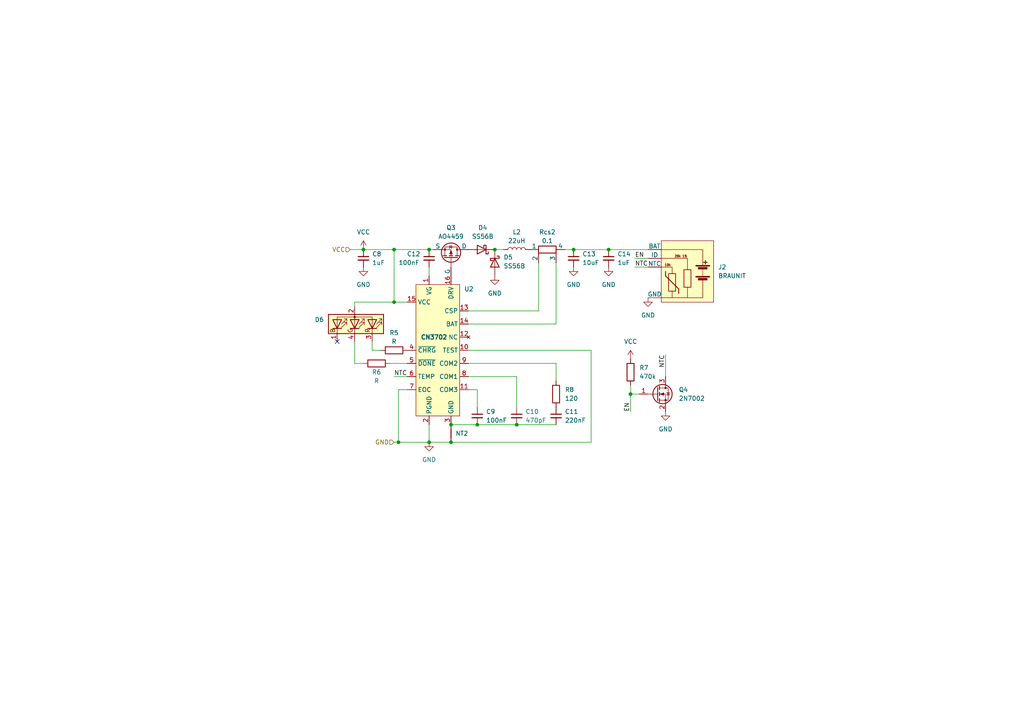
<source format=kicad_sch>
(kicad_sch (version 20211123) (generator eeschema)
  (paper "A4")
  (lib_symbols
    (symbol "BRAUNIT Charger:AO4459" (pin_numbers hide) (pin_names (offset 0))
      (property "Reference" "Q" (at 5.08 1.905 0))
      (property "Value" "AO4459" (at 5.08 0 0))
      (symbol "AO4459_0_1"
        (polyline (pts (xy 0.254 0) (xy -2.54 0)))
        (polyline (pts (xy 0.254 1.905) (xy 0.254 -1.905)) (stroke (width 0.254)))
        (polyline (pts (xy 0.762 -1.27) (xy 0.762 -2.286)) (stroke (width 0.254)))
        (polyline (pts (xy 0.762 0.508) (xy 0.762 -0.508)) (stroke (width 0.254)))
        (polyline (pts (xy 0.762 2.286) (xy 0.762 1.27)) (stroke (width 0.254)))
        (polyline (pts (xy 2.54 2.54) (xy 2.54 1.778)))
        (polyline (pts (xy 2.54 -2.54) (xy 2.54 0) (xy 0.762 0)))
        (polyline (pts (xy 0.762 1.778) (xy 3.302 1.778) (xy 3.302 -1.778) (xy 0.762 -1.778)))
        (polyline (pts (xy 2.286 0) (xy 1.27 0.381) (xy 1.27 -0.381) (xy 2.286 0)) (fill (type outline)))
        (polyline (pts (xy 2.794 -0.508) (xy 2.921 -0.381) (xy 3.683 -0.381) (xy 3.81 -0.254)))
        (polyline (pts (xy 3.302 -0.381) (xy 2.921 0.254) (xy 3.683 0.254) (xy 3.302 -0.381)))
        (circle (center 1.651 0) (radius 2.794) (stroke (width 0.254)))
        (circle (center 2.54 -1.778) (radius 0.254) (fill (type outline)))
        (circle (center 2.54 1.778) (radius 0.254) (fill (type outline)))
      )
      (symbol "AO4459_1_1"
        (pin passive line (at 2.54 -5.08 90) (length 2.54) (name "S") (number "1"))
        (pin passive line (at 2.54 -5.08 90) (length 2.54) hide (name "S") (number "2"))
        (pin passive line (at 2.54 -5.08 90) (length 2.54) hide (name "S") (number "3"))
        (pin input line (at -5.08 0 0) (length 2.54) (name "G") (number "4"))
        (pin passive line (at 2.54 5.08 270) (length 2.54) (name "D") (number "5"))
        (pin passive line (at 2.54 5.08 270) (length 2.54) hide (name "D") (number "6"))
        (pin passive line (at 2.54 5.08 270) (length 2.54) hide (name "D") (number "7"))
        (pin passive line (at 2.54 5.08 270) (length 2.54) hide (name "D") (number "8"))
      )
    )
    (symbol "BRAUNIT Charger:BRAUNIT" (pin_numbers hide) (pin_names (offset 0)) (in_bom no)
      (property "Reference" "J" (at 0 10.16 0))
      (property "Value" "BRAUNIT" (at 0 -10.16 0))
      (symbol "BRAUNIT_0_0"
        (text "10k" (at -5.715 1.905 0) (effects (font (size 0.635 0.635))))
        (text "20k 1%" (at -1.905 4.445 0) (effects (font (size 0.635 0.635))))
      )
      (symbol "BRAUNIT_0_1"
        (rectangle (start -7.62 8.89) (end 7.62 -8.89) (fill (type background)))
        (rectangle (start -5.461 -0.635) (end -3.429 -5.715) (stroke (width 0.2032)))
        (rectangle (start -1.016 0.508) (end 1.016 -4.572) (stroke (width 0.2032)))
        (polyline (pts (xy 4.445 -1.524) (xy 4.445 -1.27)))
        (polyline (pts (xy 4.445 -1.016) (xy 4.445 -0.762)))
        (polyline (pts (xy 4.445 -0.508) (xy 4.445 -0.254)))
        (polyline (pts (xy 4.445 0) (xy 4.445 0.254)))
        (polyline (pts (xy 4.445 0.508) (xy 4.445 0.762)))
        (polyline (pts (xy 4.445 1.778) (xy 4.445 2.54)))
        (polyline (pts (xy 4.699 2.667) (xy 5.715 2.667)) (stroke (width 0.254)))
        (polyline (pts (xy 5.207 3.175) (xy 5.207 2.159)) (stroke (width 0.254)))
        (polyline (pts (xy -7.62 -7.62) (xy -4.445 -7.62) (xy -4.445 -5.715)))
        (polyline (pts (xy -7.62 1.27) (xy -4.445 1.27) (xy -4.445 -0.635)))
        (polyline (pts (xy -7.62 3.81) (xy 0 3.81) (xy 0 0.635)))
        (polyline (pts (xy -7.62 6.35) (xy 4.445 6.35) (xy 4.445 2.54)))
        (polyline (pts (xy -4.445 -7.62) (xy 0 -7.62) (xy 0 -4.572)))
        (polyline (pts (xy 0 -7.62) (xy 4.445 -7.62) (xy 4.445 -2.54)))
        (polyline (pts (xy -6.35 0) (xy -6.35 -1.27) (xy -2.54 -5.08) (xy -2.54 -6.35) (xy -2.54 -6.35)) (stroke (width 0.254)))
        (rectangle (start 2.413 -1.397) (end 6.477 -1.651) (fill (type outline)))
        (rectangle (start 2.413 1.778) (end 6.477 1.524) (fill (type outline)))
        (rectangle (start 3.1242 -1.9812) (end 5.715 -2.4892) (fill (type outline)))
        (rectangle (start 3.1242 1.1938) (end 5.715 0.6858) (fill (type outline)))
      )
      (symbol "BRAUNIT_1_1"
        (pin passive line (at -11.43 6.35 0) (length 3.81) (name "BAT") (number "1"))
        (pin passive line (at -11.43 3.81 0) (length 3.81) (name "ID") (number "2"))
        (pin passive line (at -11.43 1.27 0) (length 3.81) (name "NTC") (number "3"))
        (pin passive line (at -11.43 -7.62 0) (length 3.81) (name "GND") (number "4"))
      )
    )
    (symbol "BRAUNIT Charger:CN3702"
      (property "Reference" "U" (at 6.35 20.32 0))
      (property "Value" "CN3702" (at -1.27 3.81 0))
      (symbol "CN3702_0_1"
        (rectangle (start -6.35 19.05) (end 6.35 -19.05) (fill (type background)))
      )
      (symbol "CN3702_1_1"
        (pin power_in line (at -2.54 21.59 270) (length 2.54) (name "VG") (number "1"))
        (pin power_in line (at 8.89 0 180) (length 2.54) (name "TEST") (number "10"))
        (pin passive line (at 8.89 -11.43 180) (length 2.54) (name "COM3") (number "11"))
        (pin no_connect line (at 8.89 3.81 180) (length 2.54) (name "NC") (number "12"))
        (pin input line (at 8.89 11.43 180) (length 2.54) (name "CSP") (number "13"))
        (pin input line (at 8.89 7.62 180) (length 2.54) (name "BAT") (number "14"))
        (pin power_in line (at -8.89 13.97 0) (length 2.54) (name "VCC") (number "15"))
        (pin output line (at 3.81 21.59 270) (length 2.54) (name "DRV") (number "16"))
        (pin power_in line (at -2.54 -21.59 90) (length 2.54) (name "PGND") (number "2"))
        (pin power_in line (at 3.81 -21.59 90) (length 2.54) (name "GND") (number "3"))
        (pin open_collector line (at -8.89 0 0) (length 2.54) (name "~{CHRG}") (number "4"))
        (pin open_collector line (at -8.89 -3.81 0) (length 2.54) (name "~{DONE}") (number "5"))
        (pin input line (at -8.89 -7.62 0) (length 2.54) (name "TEMP") (number "6"))
        (pin passive line (at -8.89 -11.43 0) (length 2.54) (name "EOC") (number "7"))
        (pin passive line (at 8.89 -7.62 180) (length 2.54) (name "COM1") (number "8"))
        (pin passive line (at 8.89 -3.81 180) (length 2.54) (name "COM2") (number "9"))
      )
    )
    (symbol "Device:C_Small" (pin_numbers hide) (pin_names (offset 0.254) hide)
      (property "Reference" "C" (at 0.254 1.778 0))
      (property "Value" "C_Small" (at 0.254 -2.032 0))
      (symbol "C_Small_0_1"
        (polyline (pts (xy -1.524 -0.508) (xy 1.524 -0.508)) (stroke (width 0.3302)))
        (polyline (pts (xy -1.524 0.508) (xy 1.524 0.508)) (stroke (width 0.3048)))
      )
      (symbol "C_Small_1_1"
        (pin passive line (at 0 2.54 270) (length 2.032) (name "~") (number "1"))
        (pin passive line (at 0 -2.54 90) (length 2.032) (name "~") (number "2"))
      )
    )
    (symbol "Device:D_Schottky" (pin_numbers hide) (pin_names (offset 1.016) hide)
      (property "Reference" "D" (at 0 2.54 0))
      (property "Value" "D_Schottky" (at 0 -2.54 0))
      (symbol "D_Schottky_0_1"
        (polyline (pts (xy 1.27 0) (xy -1.27 0)))
        (polyline (pts (xy 1.27 1.27) (xy 1.27 -1.27) (xy -1.27 0) (xy 1.27 1.27)) (stroke (width 0.254)))
        (polyline (pts (xy -1.905 0.635) (xy -1.905 1.27) (xy -1.27 1.27) (xy -1.27 -1.27) (xy -0.635 -1.27) (xy -0.635 -0.635)) (stroke (width 0.254)))
      )
      (symbol "D_Schottky_1_1"
        (pin passive line (at -3.81 0 0) (length 2.54) (name "K") (number "1"))
        (pin passive line (at 3.81 0 180) (length 2.54) (name "A") (number "2"))
      )
    )
    (symbol "Device:L" (pin_numbers hide) (pin_names (offset 1.016) hide)
      (property "Reference" "L" (at -1.27 0 90))
      (property "Value" "L" (at 1.905 0 90))
      (symbol "L_0_1"
        (arc (start 0 -2.54) (mid 0.635 -1.905) (end 0 -1.27))
        (arc (start 0 -1.27) (mid 0.635 -0.635) (end 0 0))
        (arc (start 0 0) (mid 0.635 0.635) (end 0 1.27))
        (arc (start 0 1.27) (mid 0.635 1.905) (end 0 2.54))
      )
      (symbol "L_1_1"
        (pin passive line (at 0 3.81 270) (length 1.27) (name "1") (number "1"))
        (pin passive line (at 0 -3.81 90) (length 1.27) (name "2") (number "2"))
      )
    )
    (symbol "Device:LED_BARG" (pin_names (offset 0) hide)
      (property "Reference" "D" (at 0 9.398 0))
      (property "Value" "LED_BARG" (at 0 -8.89 0))
      (symbol "LED_BARG_0_0"
        (text "B" (at -1.905 -6.35 0) (effects (font (size 1.27 1.27))))
        (text "G" (at -1.905 -1.27 0) (effects (font (size 1.27 1.27))))
        (text "R" (at -1.905 3.81 0) (effects (font (size 1.27 1.27))))
      )
      (symbol "LED_BARG_0_1"
        (polyline (pts (xy -1.27 -5.08) (xy -2.54 -5.08)))
        (polyline (pts (xy -1.27 -5.08) (xy 1.27 -5.08)))
        (polyline (pts (xy -1.27 -3.81) (xy -1.27 -6.35)) (stroke (width 0.254)))
        (polyline (pts (xy -1.27 0) (xy -2.54 0)))
        (polyline (pts (xy -1.27 1.27) (xy -1.27 -1.27)) (stroke (width 0.254)))
        (polyline (pts (xy -1.27 5.08) (xy -2.54 5.08)))
        (polyline (pts (xy -1.27 5.08) (xy 1.27 5.08)))
        (polyline (pts (xy -1.27 6.35) (xy -1.27 3.81)) (stroke (width 0.254)))
        (polyline (pts (xy 1.27 0) (xy -1.27 0)))
        (polyline (pts (xy 1.27 0) (xy 2.54 0)))
        (polyline (pts (xy -1.27 1.27) (xy -1.27 -1.27) (xy -1.27 -1.27)))
        (polyline (pts (xy -1.27 6.35) (xy -1.27 3.81) (xy -1.27 3.81)))
        (polyline (pts (xy 1.27 -5.08) (xy 2.032 -5.08) (xy 2.032 5.08) (xy 1.27 5.08)))
        (polyline (pts (xy 1.27 -3.81) (xy 1.27 -6.35) (xy -1.27 -5.08) (xy 1.27 -3.81)) (stroke (width 0.254)))
        (polyline (pts (xy 1.27 1.27) (xy 1.27 -1.27) (xy -1.27 0) (xy 1.27 1.27)) (stroke (width 0.254)))
        (polyline (pts (xy 1.27 6.35) (xy 1.27 3.81) (xy -1.27 5.08) (xy 1.27 6.35)) (stroke (width 0.254)))
        (polyline (pts (xy -1.016 -3.81) (xy 0.508 -2.286) (xy -0.254 -2.286) (xy 0.508 -2.286) (xy 0.508 -3.048)))
        (polyline (pts (xy -1.016 1.27) (xy 0.508 2.794) (xy -0.254 2.794) (xy 0.508 2.794) (xy 0.508 2.032)))
        (polyline (pts (xy -1.016 6.35) (xy 0.508 7.874) (xy -0.254 7.874) (xy 0.508 7.874) (xy 0.508 7.112)))
        (polyline (pts (xy 0 -3.81) (xy 1.524 -2.286) (xy 0.762 -2.286) (xy 1.524 -2.286) (xy 1.524 -3.048)))
        (polyline (pts (xy 0 1.27) (xy 1.524 2.794) (xy 0.762 2.794) (xy 1.524 2.794) (xy 1.524 2.032)))
        (polyline (pts (xy 0 6.35) (xy 1.524 7.874) (xy 0.762 7.874) (xy 1.524 7.874) (xy 1.524 7.112)))
        (rectangle (start 1.27 -1.27) (end 1.27 1.27))
        (rectangle (start 1.27 1.27) (end 1.27 1.27))
        (rectangle (start 1.27 3.81) (end 1.27 6.35))
        (rectangle (start 1.27 6.35) (end 1.27 6.35))
        (circle (center 2.032 0) (radius 0.254) (fill (type outline)))
        (rectangle (start 2.794 8.382) (end -2.794 -7.62) (stroke (width 0.254)) (fill (type background)))
      )
      (symbol "LED_BARG_1_1"
        (pin passive line (at -5.08 -5.08 0) (length 2.54) (name "BK") (number "1"))
        (pin passive line (at 5.08 0 180) (length 2.54) (name "A") (number "2"))
        (pin passive line (at -5.08 5.08 0) (length 2.54) (name "RK") (number "3"))
        (pin passive line (at -5.08 0 0) (length 2.54) (name "GK") (number "4"))
      )
    )
    (symbol "Device:NetTie_2" (pin_numbers hide) (pin_names (offset 0) hide)
      (property "Reference" "NT" (at 0 1.27 0))
      (property "Value" "NetTie_2" (at 0 -1.27 0))
      (symbol "NetTie_2_0_1"
        (polyline (pts (xy -1.27 0) (xy 1.27 0)) (stroke (width 0.254)))
      )
      (symbol "NetTie_2_1_1"
        (pin passive line (at -2.54 0 0) (length 2.54) (name "1") (number "1"))
        (pin passive line (at 2.54 0 180) (length 2.54) (name "2") (number "2"))
      )
    )
    (symbol "Device:R" (pin_numbers hide) (pin_names (offset 0))
      (property "Reference" "R" (at 2.032 0 90))
      (property "Value" "R" (at 0 0 90))
      (symbol "R_0_1"
        (rectangle (start -1.016 -2.54) (end 1.016 2.54) (stroke (width 0.254)))
      )
      (symbol "R_1_1"
        (pin passive line (at 0 3.81 270) (length 1.27) (name "~") (number "1"))
        (pin passive line (at 0 -3.81 90) (length 1.27) (name "~") (number "2"))
      )
    )
    (symbol "Device:R_Shunt" (pin_numbers hide) (pin_names (offset 0))
      (property "Reference" "R" (at -4.445 0 90))
      (property "Value" "R_Shunt" (at -2.54 0 90))
      (symbol "R_Shunt_0_1"
        (rectangle (start -1.016 -2.54) (end 1.016 2.54) (stroke (width 0.254)))
        (polyline (pts (xy 0 -2.54) (xy 1.27 -2.54)))
        (polyline (pts (xy 1.27 2.54) (xy 0 2.54)))
      )
      (symbol "R_Shunt_1_1"
        (pin passive line (at 0 5.08 270) (length 2.54) (name "1") (number "1"))
        (pin passive line (at 3.81 2.54 180) (length 2.54) (name "2") (number "2"))
        (pin passive line (at 3.81 -2.54 180) (length 2.54) (name "3") (number "3"))
        (pin passive line (at 0 -5.08 90) (length 2.54) (name "4") (number "4"))
      )
    )
    (symbol "Transistor_FET:2N7002" (pin_names hide)
      (property "Reference" "Q" (at 5.08 1.905 0))
      (property "Value" "2N7002" (at 5.08 0 0))
      (symbol "2N7002_0_1"
        (polyline (pts (xy 0.254 0) (xy -2.54 0)))
        (polyline (pts (xy 0.254 1.905) (xy 0.254 -1.905)) (stroke (width 0.254)))
        (polyline (pts (xy 0.762 -1.27) (xy 0.762 -2.286)) (stroke (width 0.254)))
        (polyline (pts (xy 0.762 0.508) (xy 0.762 -0.508)) (stroke (width 0.254)))
        (polyline (pts (xy 0.762 2.286) (xy 0.762 1.27)) (stroke (width 0.254)))
        (polyline (pts (xy 2.54 2.54) (xy 2.54 1.778)))
        (polyline (pts (xy 2.54 -2.54) (xy 2.54 0) (xy 0.762 0)))
        (polyline (pts (xy 0.762 -1.778) (xy 3.302 -1.778) (xy 3.302 1.778) (xy 0.762 1.778)))
        (polyline (pts (xy 1.016 0) (xy 2.032 0.381) (xy 2.032 -0.381) (xy 1.016 0)) (fill (type outline)))
        (polyline (pts (xy 2.794 0.508) (xy 2.921 0.381) (xy 3.683 0.381) (xy 3.81 0.254)))
        (polyline (pts (xy 3.302 0.381) (xy 2.921 -0.254) (xy 3.683 -0.254) (xy 3.302 0.381)))
        (circle (center 1.651 0) (radius 2.794) (stroke (width 0.254)))
        (circle (center 2.54 -1.778) (radius 0.254) (fill (type outline)))
        (circle (center 2.54 1.778) (radius 0.254) (fill (type outline)))
      )
      (symbol "2N7002_1_1"
        (pin input line (at -5.08 0 0) (length 2.54) (name "G") (number "1"))
        (pin passive line (at 2.54 -5.08 90) (length 2.54) (name "S") (number "2"))
        (pin passive line (at 2.54 5.08 270) (length 2.54) (name "D") (number "3"))
      )
    )
    (symbol "power:GND" (power) (pin_names (offset 0))
      (property "Value" "GND" (at 0 -3.81 0))
      (symbol "GND_0_1"
        (polyline (pts (xy 0 0) (xy 0 -1.27) (xy 1.27 -1.27) (xy 0 -2.54) (xy -1.27 -1.27) (xy 0 -1.27)))
      )
      (symbol "GND_1_1"
        (pin power_in line (at 0 0 270) (length 0) hide (name "GND") (number "1"))
      )
    )
    (symbol "power:VCC" (power) (pin_names (offset 0))
      (property "Value" "VCC" (at 0 3.81 0))
      (symbol "VCC_0_1"
        (polyline (pts (xy -0.762 1.27) (xy 0 2.54)))
        (polyline (pts (xy 0 0) (xy 0 2.54)))
        (polyline (pts (xy 0 2.54) (xy 0.762 1.27)))
      )
      (symbol "VCC_1_1"
        (pin power_in line (at 0 0 90) (length 0) hide (name "VCC") (number "1"))
      )
    )
  )
  (junction (at 176.53 72.39))
  (junction (at 182.88 114.3))
  (junction (at 166.37 72.39))
  (junction (at 114.3 87.63))
  (junction (at 124.46 72.39))
  (junction (at 124.46 128.27))
  (junction (at 130.81 128.27))
  (junction (at 138.43 123.19))
  (junction (at 115.57 128.27))
  (junction (at 114.3 72.39))
  (junction (at 149.86 123.19))
  (junction (at 130.81 123.19))
  (junction (at 105.41 72.39))
  (junction (at 143.51 72.39))
  (no_connect (at 97.79 99.06))
  (wire (pts (xy 114.3 72.39) (xy 124.46 72.39)))
  (wire (pts (xy 149.86 109.22) (xy 135.89 109.22)))
  (wire (pts (xy 102.87 99.06) (xy 102.87 105.41)))
  (wire (pts (xy 193.04 102.87) (xy 193.04 109.22)))
  (wire (pts (xy 114.3 87.63) (xy 118.11 87.63)))
  (wire (pts (xy 161.29 105.41) (xy 161.29 110.49)))
  (wire (pts (xy 130.81 128.27) (xy 124.46 128.27)))
  (wire (pts (xy 156.21 90.17) (xy 135.89 90.17)))
  (wire (pts (xy 143.51 72.39) (xy 146.05 72.39)))
  (wire (pts (xy 114.3 72.39) (xy 114.3 87.63)))
  (wire (pts (xy 138.43 118.11) (xy 138.43 113.03)))
  (wire (pts (xy 171.45 128.27) (xy 130.81 128.27)))
  (wire (pts (xy 156.21 76.2) (xy 156.21 90.17)))
  (wire (pts (xy 176.53 72.39) (xy 187.96 72.39)))
  (wire (pts (xy 101.6 72.39) (xy 105.41 72.39)))
  (wire (pts (xy 135.89 101.6) (xy 171.45 101.6)))
  (wire (pts (xy 184.15 74.93) (xy 187.96 74.93)))
  (wire (pts (xy 171.45 101.6) (xy 171.45 128.27)))
  (wire (pts (xy 138.43 123.19) (xy 149.86 123.19)))
  (wire (pts (xy 107.95 99.06) (xy 107.95 101.6)))
  (wire (pts (xy 163.83 72.39) (xy 166.37 72.39)))
  (wire (pts (xy 130.81 123.19) (xy 138.43 123.19)))
  (wire (pts (xy 161.29 93.98) (xy 161.29 76.2)))
  (wire (pts (xy 182.88 111.76) (xy 182.88 114.3)))
  (wire (pts (xy 124.46 128.27) (xy 124.46 123.19)))
  (wire (pts (xy 102.87 105.41) (xy 105.41 105.41)))
  (wire (pts (xy 149.86 123.19) (xy 161.29 123.19)))
  (wire (pts (xy 114.3 128.27) (xy 115.57 128.27)))
  (wire (pts (xy 182.88 114.3) (xy 182.88 119.38)))
  (wire (pts (xy 115.57 113.03) (xy 115.57 128.27)))
  (wire (pts (xy 124.46 72.39) (xy 125.73 72.39)))
  (wire (pts (xy 102.87 88.9) (xy 102.87 87.63)))
  (wire (pts (xy 107.95 101.6) (xy 110.49 101.6)))
  (wire (pts (xy 105.41 72.39) (xy 114.3 72.39)))
  (wire (pts (xy 182.88 114.3) (xy 185.42 114.3)))
  (wire (pts (xy 115.57 128.27) (xy 124.46 128.27)))
  (wire (pts (xy 124.46 77.47) (xy 124.46 80.01)))
  (wire (pts (xy 149.86 118.11) (xy 149.86 109.22)))
  (wire (pts (xy 113.03 105.41) (xy 118.11 105.41)))
  (wire (pts (xy 102.87 87.63) (xy 114.3 87.63)))
  (wire (pts (xy 135.89 105.41) (xy 161.29 105.41)))
  (wire (pts (xy 184.15 77.47) (xy 187.96 77.47)))
  (wire (pts (xy 166.37 72.39) (xy 176.53 72.39)))
  (wire (pts (xy 135.89 93.98) (xy 161.29 93.98)))
  (wire (pts (xy 138.43 113.03) (xy 135.89 113.03)))
  (wire (pts (xy 114.3 109.22) (xy 118.11 109.22)))
  (wire (pts (xy 118.11 113.03) (xy 115.57 113.03)))
  (label "NTC" (at 193.04 102.87 270))
  (label "EN" (at 184.15 74.93 0))
  (label "NTC" (at 114.3 109.22 0))
  (label "EN" (at 182.88 119.38 90))
  (label "NTC" (at 184.15 77.47 0))
  (hierarchical_label "VCC" (shape input) (at 101.6 72.39 180))
  (hierarchical_label "GND" (shape input) (at 114.3 128.27 180))
  (symbol (lib_id "power:GND") (at 143.51 80.01 0) (unit 1)
    (property "Reference" "#PWR0102" (effects hide))
    (property "Value" "GND" (at 143.51 85.09 0))
  )
  (symbol (lib_id "power:GND") (at 105.41 77.47 0) (unit 1)
    (property "Reference" "#PWR0109" (effects hide))
    (property "Value" "GND" (at 105.41 82.55 0))
  )
  (symbol (lib_id "power:VCC") (at 182.88 104.14 0) (unit 1)
    (property "Reference" "#PWR?" (effects hide))
    (property "Value" "VCC" (at 182.88 99.06 0))
  )
  (symbol (lib_id "Device:C_Small") (at 138.43 120.65 0) (unit 1)
    (property "Reference" "C9" (at 140.97 119.3862 0) (effects (justify left)))
    (property "Value" "100nF" (at 140.97 121.9262 0) (effects (justify left)))
    (property "Footprint" "Capacitor_SMD:C_0805_2012Metric" (effects hide))
    (property "LCSC" "C49678" (effects hide))
  )
  (symbol (lib_id "Device:NetTie_2") (at 130.81 125.73 270) (unit 1) (in_bom no)
    (property "Reference" "NT2" (at 132.08 125.7299 90) (effects (justify left)))
    (property "Value" "NetTie_2" (effects hide))
    (property "Footprint" "NetTie:NetTie-2_SMD_Pad0.5mm" (effects hide))
  )
  (symbol (lib_id "BRAUNIT Charger:CN3702") (at 127 101.6 0) (unit 1)
    (property "Reference" "U2" (at 134.62 83.82 0) (effects (justify left)))
    (property "Value" "CN3702" (at 121.92 97.79 0) (effects (font bold) (justify left)))
    (property "Footprint" "Package_SO:TSSOP-16_4.4x5mm_P0.65mm" (effects hide))
    (property "Datasheet" "https://datasheet.octopart.com/CN3702-Consonance-datasheet-10742504.pdf" (effects hide))
    (property "LCSC" "C40655" (effects hide))
  )
  (symbol (lib_id "Device:C_Small") (at 166.37 74.93 0) (unit 1)
    (property "Reference" "C13" (at 168.91 73.6662 0) (effects (justify left)))
    (property "Value" "10uF" (at 168.91 76.2062 0) (effects (justify left)))
    (property "Footprint" "Capacitor_SMD:C_1206_3216Metric" (effects hide))
    (property "LCSC" "C109464" (effects hide))
  )
  (symbol (lib_id "power:GND") (at 124.46 128.27 0) (unit 1)
    (property "Reference" "#PWR0110" (effects hide))
    (property "Value" "GND" (at 124.46 133.35 0))
  )
  (symbol (lib_id "BRAUNIT Charger:BRAUNIT") (at 199.39 78.74 0) (unit 1) (in_bom no)
    (property "Reference" "J2" (at 208.28 77.4699 0) (effects (justify left)))
    (property "Value" "BRAUNIT" (at 208.28 80.0099 0) (effects (justify left)))
    (property "Footprint" "BRAUNIT Charger:Blade_1x04_P2.5mm_Vertical_BRAUNIT_Loose" (effects hide))
  )
  (symbol (lib_id "Device:C_Small") (at 124.46 74.93 0) (unit 1)
    (property "Reference" "C12" (at 121.92 73.66 0) (effects (justify right)))
    (property "Value" "100nF" (at 115.57 76.2 0) (effects (justify left)))
    (property "Footprint" "Capacitor_SMD:C_0805_2012Metric" (effects hide))
    (property "LCSC" "C49678" (effects hide))
  )
  (symbol (lib_id "Device:C_Small") (at 105.41 74.93 0) (unit 1)
    (property "Reference" "C8" (at 107.95 73.6662 0) (effects (justify left)))
    (property "Value" "1uF" (at 107.95 76.2062 0) (effects (justify left)))
    (property "Footprint" "Capacitor_SMD:C_0805_2012Metric" (effects hide))
    (property "LCSC" "C91185" (effects hide))
  )
  (symbol (lib_id "power:VCC") (at 105.41 72.39 0) (unit 1)
    (property "Reference" "#PWR?" (effects hide))
    (property "Value" "VCC" (at 105.41 67.31 0))
  )
  (symbol (lib_id "Device:C_Small") (at 149.86 120.65 0) (unit 1)
    (property "Reference" "C10" (at 152.4 119.3862 0) (effects (justify left)))
    (property "Value" "470pF" (at 152.4 121.9262 0) (effects (justify left)))
    (property "Footprint" "Capacitor_SMD:C_0805_2012Metric" (effects hide))
    (property "LCSC" "C107092" (effects hide))
  )
  (symbol (lib_id "power:GND") (at 176.53 77.47 0) (unit 1)
    (property "Reference" "#PWR0107" (effects hide))
    (property "Value" "GND" (at 176.53 82.55 0))
  )
  (symbol (lib_id "Device:R") (at 182.88 107.95 0) (unit 1)
    (property "Reference" "R7" (at 185.42 106.6799 0) (effects (justify left)))
    (property "Value" "470k" (at 185.42 109.2199 0) (effects (justify left)))
    (property "Footprint" "Resistor_SMD:R_0805_2012Metric" (effects hide))
    (property "LCSC" "C89104" (effects hide))
  )
  (symbol (lib_id "Device:L") (at 149.86 72.39 90) (unit 1)
    (property "Reference" "L2" (at 149.86 67.31 90))
    (property "Value" "22uH" (at 149.86 69.85 90))
    (property "Footprint" "Inductor_SMD:L_10.4x10.4_H4.8" (effects hide))
    (property "LCSC" "C182173" (effects hide))
  )
  (symbol (lib_id "power:GND") (at 166.37 77.47 0) (unit 1)
    (property "Reference" "#PWR0108" (effects hide))
    (property "Value" "GND" (at 166.37 82.55 0))
  )
  (symbol (lib_id "Device:R_Shunt") (at 158.75 72.39 90) (mirror x) (unit 1)
    (property "Reference" "Rcs2" (at 158.75 67.31 90))
    (property "Value" "0.1" (at 158.75 69.85 90))
    (property "Footprint" "BRAUNIT Charger:R_Shunt_2010_5025Metric" (effects hide))
    (property "LCSC" "C309644" (effects hide))
  )
  (symbol (lib_id "BRAUNIT Charger:AO4459") (at 130.81 74.93 270) (mirror x) (unit 1)
    (property "Reference" "Q3" (at 130.81 66.04 90))
    (property "Value" "AO4459" (at 130.81 68.58 90))
    (property "Footprint" "Package_SO:SOIC-8_3.9x4.9mm_P1.27mm" (effects hide))
    (property "Datasheet" "http://www.aosmd.com/res/data_sheets/AO4459.pdf" (effects hide))
    (property "LCSC" "C49047" (effects hide))
  )
  (symbol (lib_id "Transistor_FET:2N7002") (at 190.5 114.3 0) (unit 1)
    (property "Reference" "Q4" (at 196.85 113.0299 0) (effects (justify left)))
    (property "Value" "2N7002" (at 196.85 115.5699 0) (effects (justify left)))
    (property "Footprint" "Package_TO_SOT_SMD:SOT-23" (effects hide))
    (property "Datasheet" "https://www.onsemi.com/pub/Collateral/NDS7002A-D.PDF" (effects hide))
    (property "LCSC" "C8545" (effects hide))
  )
  (symbol (lib_id "Device:D_Schottky") (at 143.51 76.2 270) (unit 1)
    (property "Reference" "D5" (at 146.05 74.6124 90) (effects (justify left)))
    (property "Value" "SS56B" (at 146.05 77.1524 90) (effects (justify left)))
    (property "Footprint" "Diode_SMD:D_SMB" (effects hide))
    (property "LCSC" "C382814" (effects hide))
  )
  (symbol (lib_id "Device:C_Small") (at 161.29 120.65 0) (unit 1)
    (property "Reference" "C11" (at 163.83 119.3862 0) (effects (justify left)))
    (property "Value" "220nF" (at 163.83 121.9262 0) (effects (justify left)))
    (property "Footprint" "Capacitor_SMD:C_0805_2012Metric" (effects hide))
    (property "LCSC" "C107131" (effects hide))
  )
  (symbol (lib_id "Device:R") (at 161.29 114.3 0) (unit 1)
    (property "Reference" "R8" (at 163.83 113.0299 0) (effects (justify left)))
    (property "Value" "120" (at 163.83 115.5699 0) (effects (justify left)))
    (property "Footprint" "Resistor_SMD:R_0805_2012Metric" (effects hide))
    (property "LCSC" "C114245" (effects hide))
  )
  (symbol (lib_id "Device:LED_BARG") (at 102.87 93.98 270) (mirror x) (unit 1)
    (property "Reference" "D6" (at 93.98 92.71 90) (effects (justify right)))
    (property "LCSC" "C389528" (effects hide))
  )
  (symbol (lib_id "power:GND") (at 193.04 119.38 0) (unit 1)
    (property "Reference" "#PWR?" (effects hide))
    (property "Value" "GND" (at 193.04 124.46 0))
  )
  (symbol (lib_id "Device:R") (at 114.3 101.6 90) (unit 1)
    (property "Reference" "R5" (at 114.3 96.52 90))
    (property "Value" "R" (at 114.3 99.06 90))
    (property "Footprint" "Resistor_SMD:R_0603_1608Metric" (effects hide))
  )
  (symbol (lib_id "Device:D_Schottky") (at 139.7 72.39 180) (unit 1)
    (property "Reference" "D4" (at 140.0175 66.04 0))
    (property "Value" "SS56B" (at 140.0175 68.58 0))
    (property "Footprint" "Diode_SMD:D_SMB" (effects hide))
    (property "LCSC" "C382814" (effects hide))
  )
  (symbol (lib_id "power:GND") (at 187.96 86.36 0) (unit 1)
    (property "Reference" "#PWR?" (effects hide))
    (property "Value" "GND" (at 187.96 91.44 0))
  )
  (symbol (lib_id "Device:C_Small") (at 176.53 74.93 0) (unit 1)
    (property "Reference" "C14" (at 179.07 73.6662 0) (effects (justify left)))
    (property "Value" "1uF" (at 179.07 76.2062 0) (effects (justify left)))
    (property "Footprint" "Capacitor_SMD:C_0805_2012Metric" (effects hide))
    (property "LCSC" "C91185" (effects hide))
  )
  (symbol (lib_id "Device:R") (at 109.22 105.41 90) (unit 1)
    (property "Reference" "R6" (at 109.22 107.95 90))
    (property "Value" "R" (at 109.22 110.49 90))
  )
)
</source>
